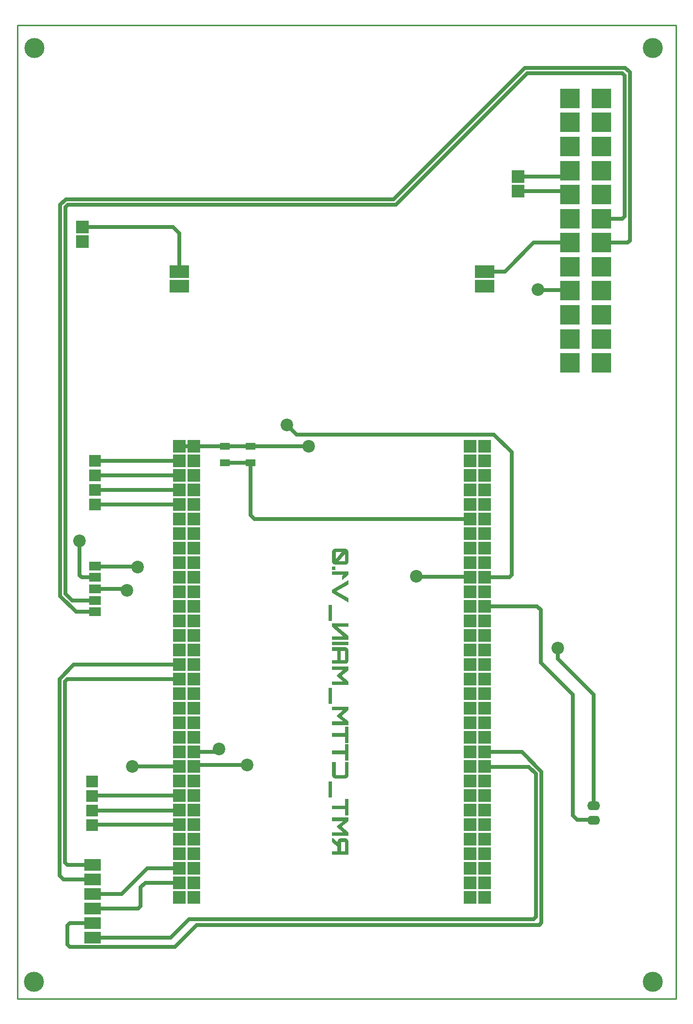
<source format=gbr>
%FSTAX23Y23*%
%MOIN*%
%SFA1B1*%

%IPPOS*%
%ADD10C,0.027559*%
%ADD11R,0.078740X0.059055*%
%ADD12R,0.078740X0.078740*%
%ADD13R,0.118110X0.078740*%
%ADD14R,0.137795X0.086614*%
%ADD15R,0.086614X0.086614*%
%ADD16O,0.088582X0.062992*%
%ADD17R,0.088582X0.086614*%
%ADD18R,0.137795X0.137795*%
%ADD19R,0.086614X0.086614*%
%ADD20C,0.137795*%
%ADD21C,0.086614*%
%ADD22R,0.070866X0.051181*%
%ADD23C,0.010000*%
%LNmain_pcb_copper_signal_bot-1*%
%LPD*%
G36*
X02257Y03095D02*
X02259Y03094D01*
X02261Y03094*
X02263Y03093*
X02265Y03092*
X02266Y03092*
X02266Y03092*
X02267Y03091*
X02268Y0309*
X0227Y03089*
X02272Y03088*
X02273Y03086*
X02274Y03085*
X02275Y03084*
X02275Y03083*
X02275Y03083*
X02276Y03081*
X02277Y03079*
X02278Y03077*
X02278Y03076*
X02278Y03074*
X02279Y03073*
Y03007*
X02278Y03004*
X02278Y03002*
X02278Y03*
X02277Y02998*
X02276Y02997*
X02276Y02996*
X02275Y02995*
X02275Y02995*
X02274Y02993*
X02272Y02992*
X02271Y0299*
X0227Y02989*
X02268Y02988*
X02268Y02987*
X02267Y02987*
X02267Y02987*
X02265Y02986*
X02263Y02985*
X02261Y02985*
X02259Y02984*
X02257Y02984*
X02256Y02984*
X02255*
X02255*
X0219*
X02187Y02984*
X02185Y02984*
X02183Y02985*
X02182Y02985*
X0218Y02986*
X02179Y02986*
X02178Y02987*
X02178Y02987*
X02176Y02988*
X02174Y02989*
X02173Y02991*
X02171Y02992*
X0217Y02993*
X0217Y02994*
X02169Y02995*
X02169Y02995*
X02168Y02997*
X02167Y02999*
X02166Y03001*
X02166Y03003*
X02166Y03004*
X02166Y03006*
Y03072*
X02166Y03074*
X02166Y03076*
X02167Y03078*
X02167Y0308*
X02168Y03081*
X02168Y03082*
X02169Y03083*
X02169Y03083*
X0217Y03085*
X02172Y03087*
X02173Y03088*
X02175Y03089*
X02176Y0309*
X02177Y03091*
X02178Y03091*
X02178Y03091*
X0218Y03093*
X02182Y03093*
X02184Y03094*
X02186Y03094*
X02188Y03095*
X02189Y03095*
X02189*
X0219*
X02255*
X02257Y03095*
G37*
G36*
X02189Y02947D02*
X02166D01*
Y02971*
X02189*
Y02947*
G37*
G36*
X02279Y02913D02*
X02235Y02877D01*
Y02909*
X02242Y02914*
X02166*
Y02938*
X02279*
Y02913*
G37*
G36*
Y02848D02*
X02196Y02801D01*
X02279Y02753*
Y02725*
X02166Y0279*
Y02811*
X02279Y02876*
Y02848*
G37*
G36*
X02165Y02598D02*
X02141D01*
Y02709*
X02165*
Y02598*
G37*
G36*
X02279Y02556D02*
X02203D01*
X02279Y02493*
Y02468*
X02166*
Y02492*
X02241*
X02166Y02556*
Y02581*
X02279*
Y02556*
G37*
G36*
Y0243D02*
X02166D01*
Y02454*
X02279*
Y0243*
G37*
G36*
X02258Y02416D02*
X0226Y02416D01*
X02262Y02415*
X02263Y02415*
X02265Y02414*
X02266Y02414*
X02267Y02413*
X02267Y02413*
X02269Y02412*
X0227Y0241*
X02272Y02409*
X02273Y02408*
X02274Y02406*
X02275Y02405*
X02275Y02405*
X02275Y02405*
X02276Y02403*
X02277Y02401*
X02278Y02399*
X02278Y02397*
X02278Y02395*
X02279Y02394*
Y02327*
X02278Y02324*
X02278Y02322*
X02278Y0232*
X02277Y02318*
X02276Y02317*
X02276Y02316*
X02275Y02315*
X02275Y02315*
X02274Y02313*
X02273Y02311*
X02271Y0231*
X0227Y02309*
X02269Y02308*
X02268Y02307*
X02267Y02307*
X02267Y02306*
X02265Y02305*
X02263Y02305*
X02261Y02304*
X02259Y02304*
X02258Y02303*
X02256Y02303*
X02256*
X02255*
X02166*
Y02328*
X02202*
Y02392*
X02166*
Y02416*
X02255*
X02258Y02416*
G37*
G36*
X02279Y02259D02*
X02233Y02221D01*
X02279Y02182*
Y02157*
X02166*
Y02182*
X02241*
X02195Y02221*
X02241Y0226*
X02166*
Y02284*
X02279*
Y02259*
G37*
G36*
X02165Y02027D02*
X02141D01*
Y02138*
X02165*
Y02027*
G37*
G36*
X02279Y01983D02*
X02233Y01945D01*
X02279Y01907*
Y01882*
X02166*
Y01906*
X02241*
X02195Y01945*
X02241Y01984*
X02166*
Y02009*
X02279*
Y01983*
G37*
G36*
Y01757D02*
X02254D01*
Y01801*
X02166*
Y01826*
X02254*
Y0187*
X02279*
Y01757*
G37*
G36*
Y01638D02*
X02254D01*
Y01682*
X02166*
Y01707*
X02254*
Y01751*
X02279*
Y01638*
G37*
G36*
Y01538D02*
X02278Y01535D01*
X02278Y01533*
X02278Y01531*
X02277Y0153*
X02276Y01528*
X02276Y01527*
X02275Y01526*
X02275Y01526*
X02274Y01524*
X02273Y01523*
X02271Y01521*
X0227Y0152*
X02269Y01519*
X02268Y01518*
X02267Y01518*
X02267Y01518*
X02265Y01517*
X02263Y01516*
X02261Y01515*
X02259Y01515*
X02258Y01515*
X02256Y01515*
X02256*
X02255*
X02189*
X02186Y01515*
X02184Y01515*
X02182Y01516*
X0218Y01516*
X02179Y01517*
X02178Y01517*
X02177Y01518*
X02177Y01518*
X02175Y01519*
X02174Y0152*
X02172Y01522*
X02171Y01523*
X0217Y01524*
X02169Y01525*
X02169Y01526*
X02169Y01526*
X02168Y01528*
X02167Y0153*
X02166Y01532*
X02166Y01534*
X02166Y01536*
X02166Y01537*
Y01627*
X0219*
Y01544*
X0219Y01543*
X02191Y01541*
X02191Y01541*
X02191Y0154*
X02192Y01539*
X02194Y01539*
X02195Y01539*
X02195*
X02195*
X02249*
X0225Y01539*
X02252Y0154*
X02252Y0154*
X02253Y0154*
X02253Y01542*
X02254Y01543*
X02254Y01544*
Y01627*
X02279*
Y01538*
G37*
G36*
X02165Y01384D02*
X02141D01*
Y01495*
X02165*
Y01384*
G37*
G36*
X02279Y0126D02*
X02254D01*
Y01304*
X02166*
Y01329*
X02254*
Y01373*
X02279*
Y0126*
G37*
G36*
Y01222D02*
X02233Y01184D01*
X02279Y01145*
Y0112*
X02166*
Y01144*
X02241*
X02195Y01184*
X02241Y01222*
X02166*
Y01247*
X02279*
Y01222*
G37*
G36*
X02257Y01103D02*
X02259Y01103D01*
X02261Y01103*
X02263Y01102*
X02265Y01101*
X02266Y01101*
X02266Y01101*
X02267Y011*
X02268Y01099*
X0227Y01098*
X02272Y01096*
X02273Y01095*
X02274Y01094*
X02275Y01093*
X02275Y01092*
X02275Y01092*
X02276Y0109*
X02277Y01088*
X02278Y01086*
X02278Y01084*
X02278Y01083*
X02278Y01081*
Y00991*
X02166*
Y01015*
X02202*
X02202Y01047*
X02166Y01078*
Y01103*
X02174*
X02203Y01079*
X02202Y01047*
X02205Y01046*
Y01077*
X02203Y01079*
X02203Y0108*
X02203Y01083*
X02203Y01085*
X02204Y01087*
X02204Y01089*
X02205Y0109*
X02205Y01091*
X02206Y01092*
X02206Y01092*
X02207Y01094*
X02208Y01096*
X0221Y01097*
X02211Y01098*
X02212Y01099*
X02213Y011*
X02214Y011*
X02214Y011*
X02216Y01102*
X02218Y01102*
X0222Y01103*
X02222Y01103*
X02224Y01103*
X02225Y01104*
X02226*
X02226*
X02255*
X02257Y01103*
G37*
%LNmain_pcb_copper_signal_bot-2*%
%LPC*%
G36*
X02233Y03071D02*
X02191D01*
Y03021*
X02233Y03071*
G37*
G36*
X02254Y03058D02*
X02212Y03008D01*
X02254*
Y03058*
G37*
G36*
X02254Y02392D02*
X02226D01*
Y02328*
X02254*
Y02392*
G37*
G36*
Y01079D02*
X02227D01*
Y01015*
X02254*
Y01079*
G37*
%LNmain_pcb_copper_signal_bot-3*%
%LPD*%
G54D10*
X01224Y01609D02*
X01582D01*
X01364Y01698D02*
X01383Y01717D01*
X01389*
X01214Y01698D02*
X01364D01*
X01214Y01598D02*
X01224Y01609D01*
X03111Y02901D02*
X03114Y02898D01*
X02746Y02903D02*
X02748Y02901D01*
X03111*
X036Y02312D02*
X0382Y02091D01*
X03576Y02698D02*
X036Y02675D01*
Y02312D02*
Y02675D01*
X03214Y02698D02*
X03576D01*
X03717Y02337D02*
X03964Y0209D01*
X03717Y02337D02*
Y02412D01*
X03964Y01329D02*
Y0209D01*
X0382Y01261D02*
X03852Y0123D01*
X0382Y01261D02*
Y02091D01*
X03852Y0123D02*
X03963D01*
X00317Y00821D02*
X00519D01*
X0029Y00849D02*
X00317Y00821D01*
X0029Y00849D02*
Y02199D01*
X00344Y00374D02*
X0036Y00358D01*
X01084*
X00344Y00374D02*
Y00505D01*
X0036Y00521D02*
X00519D01*
X00344Y00505D02*
X0036Y00521D01*
X00444Y02896D02*
X00536D01*
X00428Y02912D02*
Y03147D01*
Y02912D02*
X00444Y02896D01*
X01114Y03698D02*
Y03698D01*
X00536Y03698D02*
X01114D01*
X00536D02*
D01*
X01114Y03598D02*
Y03598D01*
X00536Y03598D02*
X01114D01*
X00536D02*
D01*
X01114Y03498D02*
Y03498D01*
X00536Y03498D02*
X01114D01*
X00536D02*
D01*
X01114Y03398D02*
Y03398D01*
X00536Y03398D02*
X01114D01*
X00536D02*
D01*
X01234Y00508D02*
X0359D01*
X01084Y00358D02*
X01234Y00508D01*
X01182Y00548D02*
X03552D01*
X01056Y00421D02*
X01182Y00548D01*
X00519Y00421D02*
X01056D01*
X03606Y00525D02*
Y01562D01*
X0359Y00508D02*
X03606Y00525D01*
X03552Y00548D02*
X03569Y00564D01*
Y01546*
X03216Y01595D02*
X03519D01*
X03569Y01546*
X03214Y01598D02*
X03216Y01595D01*
X0347Y01698D02*
X03606Y01562D01*
X04019Y05362D02*
X04161D01*
X04177Y05378D02*
Y06345D01*
X04161Y05362D02*
X04177Y05378D01*
X04161Y06361D02*
X04177Y06345D01*
X03508Y06361D02*
X04161D01*
X04183Y06399D02*
X04215Y06367D01*
X02588Y05495D02*
X03492Y06399D01*
X04215Y05212D02*
Y06367D01*
X03492Y06399D02*
X04183D01*
X04199Y05196D02*
X04215Y05212D01*
X04019Y05196D02*
X04199D01*
X03552D02*
X03803D01*
X03354Y04998D02*
X03552Y05196D01*
X03214Y04998D02*
X03354D01*
X00334Y05495D02*
X02588D01*
X00349Y05457D02*
X02604D01*
X03508Y06361*
X03446Y05552D02*
X03763D01*
X03788Y05527*
X03803*
X03813Y05538*
X00333Y05441D02*
X00349Y05457D01*
X00333Y02785D02*
Y05441D01*
X00379Y02739D02*
X00536D01*
X00333Y02785D02*
X00379Y02739D01*
X00405Y0266D02*
X00536D01*
X00296Y02769D02*
Y05457D01*
X00334Y05495*
X00296Y02769D02*
X00405Y0266D01*
X03446Y05652D02*
X03747D01*
X03797Y04871D02*
X03803Y04866D01*
X03587Y04871D02*
X03797D01*
X03583Y04875D02*
X03587Y04871D01*
X03747Y05652D02*
X03788Y05692D01*
X03803*
X01114Y04998D02*
Y05262D01*
X01073Y05303D02*
X01114Y05262D01*
X00449Y05303D02*
X01073D01*
X01854Y03945D02*
X01921Y03878D01*
X03279*
X034Y03757*
X03384Y02898D02*
X034Y02914D01*
X03214Y02898D02*
X03384D01*
X034Y02914D02*
Y03757D01*
X03963Y0123D02*
X03964Y01229D01*
X0029Y02199D02*
X00389Y02298D01*
X00327Y00937D02*
X00344Y00921D01*
X00327Y02182D02*
X00344Y02198D01*
X00327Y00937D02*
Y02182D01*
X00344Y00921D02*
X00519D01*
X00344Y02198D02*
X01114D01*
X01606Y03798D02*
X01606Y03798D01*
X01428Y03798D02*
X01606D01*
X01606Y03798D02*
X02006D01*
X02006Y03798*
X03438Y05652D02*
X03446D01*
X00824Y02972D02*
X00827Y02969D01*
X00536Y02975D02*
X00539Y02972D01*
X00824*
X01112Y01597D02*
X01114Y01598D01*
X00794Y01597D02*
X01112D01*
X00793Y01596D02*
X00794Y01597D01*
X00737Y02817D02*
X00748Y02806D01*
X00536Y02817D02*
X00737D01*
X00748Y02806D02*
X00754D01*
X01108Y01293D02*
X01114Y01298D01*
X00516Y01293D02*
X01108D01*
X00515Y01293D02*
X00516Y01293D01*
X00521Y01399D02*
X00891D01*
X00515Y01393D02*
X00521Y01399D01*
X00891D02*
X00891Y01398D01*
X01114*
X00518Y01196D02*
X01111D01*
X01114Y01198*
X00515Y01193D02*
X00518Y01196D01*
X0111Y01394D02*
X01114Y01398D01*
X00389Y02298D02*
X01114D01*
X01606Y03323D02*
X01618Y03311D01*
X0163Y03299*
X01606Y03323D02*
Y03684D01*
X0163Y03299D02*
X02691D01*
X02692Y03298*
X03114*
X01428Y03684D02*
X01606D01*
X01214Y03798D02*
X01428D01*
X01114D02*
X01214D01*
X00519Y00721D02*
X00719D01*
X00896Y00898*
X01114*
X00849Y00766D02*
X00881Y00798D01*
X01114*
X00832Y00621D02*
X00849Y00637D01*
Y00766*
X00519Y00621D02*
X00832D01*
X03214Y01698D02*
X0347D01*
G54D11*
X00536Y02975D03*
Y0266D03*
Y02739D03*
Y02817D03*
Y02896D03*
G54D12*
X00536Y03698D03*
Y03598D03*
Y03398D03*
Y03498D03*
X00515Y01193D03*
Y01293D03*
Y01393D03*
Y01493D03*
G54D13*
X00519Y00621D03*
Y00821D03*
Y00421D03*
Y00921D03*
Y00521D03*
Y00721D03*
G54D14*
X03214Y04898D03*
Y04998D03*
X01114Y04898D03*
Y04998D03*
G54D15*
X01214Y00698D03*
X01114D03*
X01214Y00798D03*
X01114D03*
X01214Y00898D03*
X01114D03*
X01214Y00998D03*
X01114D03*
X01214Y01098D03*
X01114D03*
X01214Y01198D03*
X01114D03*
X01214Y01298D03*
X01114D03*
X01214Y01398D03*
X01114D03*
X01214Y01498D03*
X01114D03*
X01214Y01598D03*
X01114D03*
X01214Y01698D03*
X01114D03*
X01214Y01798D03*
X01114D03*
X01214Y01898D03*
X01114D03*
X01214Y01998D03*
X01114D03*
X01214Y02098D03*
X01114D03*
X01214Y02198D03*
X01114D03*
X01214Y02298D03*
X01114D03*
X01214Y02398D03*
X01114D03*
X01214Y02498D03*
X01114D03*
X01214Y02598D03*
X01114D03*
X01214Y02698D03*
X01114D03*
X01214Y02798D03*
X01114D03*
X01214Y02898D03*
X01114D03*
X01214Y02998D03*
X01114D03*
X01214Y03098D03*
X01114D03*
X01214Y03198D03*
X01114D03*
X01214Y03298D03*
X01114D03*
X01214Y03398D03*
X01114D03*
X01214Y03498D03*
X01114D03*
X01214Y03598D03*
X01114D03*
X01214Y03698D03*
X01114D03*
X01214Y03798D03*
X01114D03*
X03214Y00698D03*
X03114D03*
X03214Y00798D03*
X03114D03*
X03214Y00898D03*
X03114D03*
X03214Y00998D03*
X03114D03*
X03214Y01098D03*
X03114D03*
X03214Y01198D03*
X03114D03*
X03214Y01298D03*
X03114D03*
X03214Y01398D03*
X03114D03*
X03214Y01498D03*
X03114D03*
X03214Y01598D03*
X03114D03*
X03214Y01698D03*
X03114D03*
X03214Y01798D03*
X03114D03*
X03214Y01898D03*
X03114D03*
X03214Y01998D03*
X03114D03*
X03214Y02098D03*
X03114D03*
X03214Y02198D03*
X03114D03*
X03214Y02298D03*
X03114D03*
X03214Y02398D03*
X03114D03*
X03214Y02498D03*
X03114D03*
X03214Y02598D03*
X03114D03*
X03214Y02698D03*
X03114D03*
X03214Y02798D03*
X03114D03*
X03214Y02898D03*
X03114D03*
X03214Y02998D03*
X03114D03*
X03214Y03098D03*
X03114D03*
X03214Y03198D03*
X03114D03*
X03214Y03298D03*
X03114D03*
X03214Y03398D03*
X03114D03*
X03214Y03498D03*
X03114D03*
X03214Y03598D03*
X03114D03*
X03214Y03698D03*
X03114D03*
X03214Y03798D03*
X03114D03*
G54D16*
X03964Y01329D03*
Y01229D03*
G54D17*
X00449Y05303D03*
Y05203D03*
G54D18*
X04019Y06188D03*
X03803D03*
X04019Y06023D03*
X03803D03*
X04019Y05858D03*
X03803D03*
X04019Y05692D03*
X03803D03*
X04019Y05527D03*
X03803D03*
X04019Y05362D03*
X03803D03*
X04019Y05196D03*
X03803D03*
X04019Y05031D03*
X03803D03*
X04019Y04866D03*
X03803D03*
X04019Y047D03*
X03803D03*
X04019Y04535D03*
X03803D03*
X04019Y0437D03*
X03803D03*
G54D19*
X03446Y05552D03*
Y05652D03*
G54D20*
X0437Y06535D03*
X00118D03*
X00115Y00118D03*
X0437D03*
G54D21*
X01582Y01609D03*
X01389Y01717D03*
X02746Y02903D03*
X03717Y02412D03*
X00428Y03147D03*
X03583Y04875D03*
X01854Y03945D03*
X02006Y03798D03*
X00827Y02969D03*
X00793Y01596D03*
X00754Y02806D03*
G54D22*
X01428Y03798D03*
Y03684D03*
X01606Y03798D03*
Y03684D03*
G54D23*
X0Y0D02*
X04531D01*
X0Y06692D02*
X04531D01*
Y0D02*
Y06692D01*
X0Y0D02*
Y06692D01*
M02*
</source>
